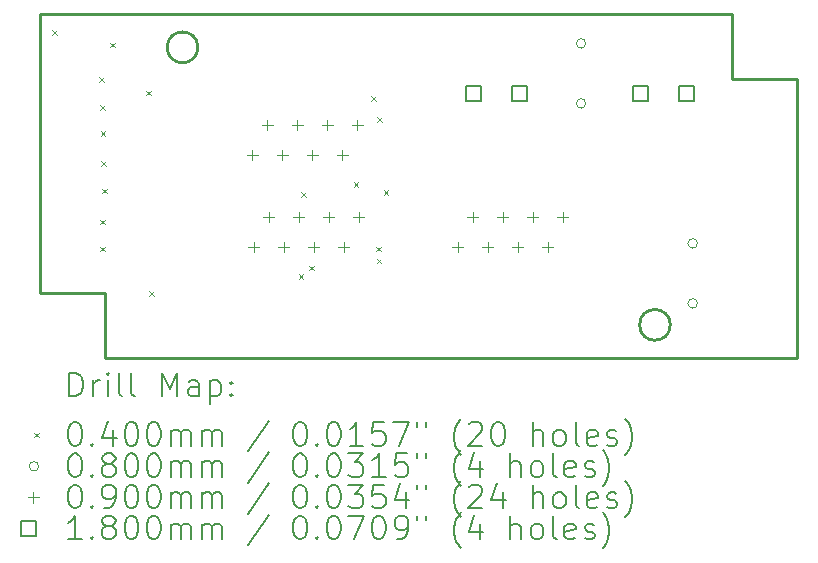
<source format=gbr>
%TF.GenerationSoftware,KiCad,Pcbnew,7.99.0-1900-g89780d353a*%
%TF.CreationDate,2023-07-25T10:26:22+03:00*%
%TF.ProjectId,KSS,4b53532e-6b69-4636-9164-5f7063625858,rev?*%
%TF.SameCoordinates,Original*%
%TF.FileFunction,Drillmap*%
%TF.FilePolarity,Positive*%
%FSLAX45Y45*%
G04 Gerber Fmt 4.5, Leading zero omitted, Abs format (unit mm)*
G04 Created by KiCad (PCBNEW 7.99.0-1900-g89780d353a) date 2023-07-25 10:26:22*
%MOMM*%
%LPD*%
G01*
G04 APERTURE LIST*
%ADD10C,0.250000*%
%ADD11C,0.200000*%
%ADD12C,0.040000*%
%ADD13C,0.080000*%
%ADD14C,0.090000*%
%ADD15C,0.180000*%
G04 APERTURE END LIST*
D10*
X15726520Y-8155600D02*
X15176520Y-8155600D01*
X9316520Y-7605600D02*
X15176520Y-7605600D01*
X15176520Y-8155600D02*
X15176520Y-7605600D01*
X14651520Y-10235600D02*
G75*
G03*
X14651520Y-10235600I-130000J0D01*
G01*
X9866520Y-9965600D02*
X9866520Y-10515600D01*
X15726520Y-8155600D02*
X15726520Y-10515600D01*
X9316520Y-9965600D02*
X9316520Y-7605600D01*
X15726520Y-10515600D02*
X9866520Y-10515600D01*
X9316520Y-9965600D02*
X9866520Y-9965600D01*
X10651520Y-7885600D02*
G75*
G03*
X10651520Y-7885600I-130000J0D01*
G01*
D11*
D12*
X9418000Y-7741000D02*
X9458000Y-7781000D01*
X9458000Y-7741000D02*
X9418000Y-7781000D01*
X9813000Y-8140000D02*
X9853000Y-8180000D01*
X9853000Y-8140000D02*
X9813000Y-8180000D01*
X9822000Y-9345000D02*
X9862000Y-9385000D01*
X9862000Y-9345000D02*
X9822000Y-9385000D01*
X9822000Y-9572000D02*
X9862000Y-9612000D01*
X9862000Y-9572000D02*
X9822000Y-9612000D01*
X9826000Y-8373000D02*
X9866000Y-8413000D01*
X9866000Y-8373000D02*
X9826000Y-8413000D01*
X9829000Y-8595000D02*
X9869000Y-8635000D01*
X9869000Y-8595000D02*
X9829000Y-8635000D01*
X9833000Y-8848000D02*
X9873000Y-8888000D01*
X9873000Y-8848000D02*
X9833000Y-8888000D01*
X9840000Y-9081000D02*
X9880000Y-9121000D01*
X9880000Y-9081000D02*
X9840000Y-9121000D01*
X9911000Y-7846000D02*
X9951000Y-7886000D01*
X9951000Y-7846000D02*
X9911000Y-7886000D01*
X10213770Y-8251230D02*
X10253770Y-8291230D01*
X10253770Y-8251230D02*
X10213770Y-8291230D01*
X10238000Y-9952000D02*
X10278000Y-9992000D01*
X10278000Y-9952000D02*
X10238000Y-9992000D01*
X11505895Y-9805105D02*
X11545895Y-9845105D01*
X11545895Y-9805105D02*
X11505895Y-9845105D01*
X11524899Y-9108899D02*
X11564899Y-9148899D01*
X11564899Y-9108899D02*
X11524899Y-9148899D01*
X11594000Y-9732655D02*
X11634000Y-9772655D01*
X11634000Y-9732655D02*
X11594000Y-9772655D01*
X11970500Y-9028500D02*
X12010500Y-9068500D01*
X12010500Y-9028500D02*
X11970500Y-9068500D01*
X12120000Y-8301000D02*
X12160000Y-8341000D01*
X12160000Y-8301000D02*
X12120000Y-8341000D01*
X12163000Y-9572000D02*
X12203000Y-9612000D01*
X12203000Y-9572000D02*
X12163000Y-9612000D01*
X12165500Y-9673500D02*
X12205500Y-9713500D01*
X12205500Y-9673500D02*
X12165500Y-9713500D01*
X12172000Y-8477000D02*
X12212000Y-8517000D01*
X12212000Y-8477000D02*
X12172000Y-8517000D01*
X12225000Y-9093000D02*
X12265000Y-9133000D01*
X12265000Y-9093000D02*
X12225000Y-9133000D01*
D13*
X13936000Y-7852500D02*
G75*
G03*
X13936000Y-7852500I-40000J0D01*
G01*
X13936000Y-8360500D02*
G75*
G03*
X13936000Y-8360500I-40000J0D01*
G01*
X14881000Y-9545500D02*
G75*
G03*
X14881000Y-9545500I-40000J0D01*
G01*
X14881000Y-10053500D02*
G75*
G03*
X14881000Y-10053500I-40000J0D01*
G01*
D14*
X11113450Y-8752860D02*
X11113450Y-8842860D01*
X11068450Y-8797860D02*
X11158450Y-8797860D01*
X11124250Y-9530000D02*
X11124250Y-9620000D01*
X11079250Y-9575000D02*
X11169250Y-9575000D01*
X11240450Y-8498860D02*
X11240450Y-8588860D01*
X11195450Y-8543860D02*
X11285450Y-8543860D01*
X11251250Y-9276000D02*
X11251250Y-9366000D01*
X11206250Y-9321000D02*
X11296250Y-9321000D01*
X11367450Y-8752860D02*
X11367450Y-8842860D01*
X11322450Y-8797860D02*
X11412450Y-8797860D01*
X11378250Y-9530000D02*
X11378250Y-9620000D01*
X11333250Y-9575000D02*
X11423250Y-9575000D01*
X11494450Y-8498860D02*
X11494450Y-8588860D01*
X11449450Y-8543860D02*
X11539450Y-8543860D01*
X11505250Y-9276000D02*
X11505250Y-9366000D01*
X11460250Y-9321000D02*
X11550250Y-9321000D01*
X11621450Y-8752860D02*
X11621450Y-8842860D01*
X11576450Y-8797860D02*
X11666450Y-8797860D01*
X11632250Y-9530000D02*
X11632250Y-9620000D01*
X11587250Y-9575000D02*
X11677250Y-9575000D01*
X11748450Y-8498860D02*
X11748450Y-8588860D01*
X11703450Y-8543860D02*
X11793450Y-8543860D01*
X11759250Y-9276000D02*
X11759250Y-9366000D01*
X11714250Y-9321000D02*
X11804250Y-9321000D01*
X11875450Y-8752860D02*
X11875450Y-8842860D01*
X11830450Y-8797860D02*
X11920450Y-8797860D01*
X11886250Y-9530000D02*
X11886250Y-9620000D01*
X11841250Y-9575000D02*
X11931250Y-9575000D01*
X12002450Y-8498860D02*
X12002450Y-8588860D01*
X11957450Y-8543860D02*
X12047450Y-8543860D01*
X12013250Y-9276000D02*
X12013250Y-9366000D01*
X11968250Y-9321000D02*
X12058250Y-9321000D01*
X12851450Y-9530000D02*
X12851450Y-9620000D01*
X12806450Y-9575000D02*
X12896450Y-9575000D01*
X12978450Y-9276000D02*
X12978450Y-9366000D01*
X12933450Y-9321000D02*
X13023450Y-9321000D01*
X13105450Y-9530000D02*
X13105450Y-9620000D01*
X13060450Y-9575000D02*
X13150450Y-9575000D01*
X13232450Y-9276000D02*
X13232450Y-9366000D01*
X13187450Y-9321000D02*
X13277450Y-9321000D01*
X13359450Y-9530000D02*
X13359450Y-9620000D01*
X13314450Y-9575000D02*
X13404450Y-9575000D01*
X13486450Y-9276000D02*
X13486450Y-9366000D01*
X13441450Y-9321000D02*
X13531450Y-9321000D01*
X13613450Y-9530000D02*
X13613450Y-9620000D01*
X13568450Y-9575000D02*
X13658450Y-9575000D01*
X13740450Y-9276000D02*
X13740450Y-9366000D01*
X13695450Y-9321000D02*
X13785450Y-9321000D01*
D15*
X13045700Y-8341580D02*
X13045700Y-8214300D01*
X12918420Y-8214300D01*
X12918420Y-8341580D01*
X13045700Y-8341580D01*
X13441700Y-8341580D02*
X13441700Y-8214300D01*
X13314420Y-8214300D01*
X13314420Y-8341580D01*
X13441700Y-8341580D01*
X14460360Y-8339040D02*
X14460360Y-8211760D01*
X14333080Y-8211760D01*
X14333080Y-8339040D01*
X14460360Y-8339040D01*
X14856360Y-8339040D02*
X14856360Y-8211760D01*
X14729080Y-8211760D01*
X14729080Y-8339040D01*
X14856360Y-8339040D01*
D11*
X9564797Y-10839584D02*
X9564797Y-10639584D01*
X9564797Y-10639584D02*
X9612416Y-10639584D01*
X9612416Y-10639584D02*
X9640987Y-10649108D01*
X9640987Y-10649108D02*
X9660035Y-10668155D01*
X9660035Y-10668155D02*
X9669559Y-10687203D01*
X9669559Y-10687203D02*
X9679083Y-10725298D01*
X9679083Y-10725298D02*
X9679083Y-10753870D01*
X9679083Y-10753870D02*
X9669559Y-10791965D01*
X9669559Y-10791965D02*
X9660035Y-10811012D01*
X9660035Y-10811012D02*
X9640987Y-10830060D01*
X9640987Y-10830060D02*
X9612416Y-10839584D01*
X9612416Y-10839584D02*
X9564797Y-10839584D01*
X9764797Y-10839584D02*
X9764797Y-10706250D01*
X9764797Y-10744346D02*
X9774321Y-10725298D01*
X9774321Y-10725298D02*
X9783844Y-10715774D01*
X9783844Y-10715774D02*
X9802892Y-10706250D01*
X9802892Y-10706250D02*
X9821940Y-10706250D01*
X9888606Y-10839584D02*
X9888606Y-10706250D01*
X9888606Y-10639584D02*
X9879083Y-10649108D01*
X9879083Y-10649108D02*
X9888606Y-10658631D01*
X9888606Y-10658631D02*
X9898130Y-10649108D01*
X9898130Y-10649108D02*
X9888606Y-10639584D01*
X9888606Y-10639584D02*
X9888606Y-10658631D01*
X10012416Y-10839584D02*
X9993368Y-10830060D01*
X9993368Y-10830060D02*
X9983844Y-10811012D01*
X9983844Y-10811012D02*
X9983844Y-10639584D01*
X10117178Y-10839584D02*
X10098130Y-10830060D01*
X10098130Y-10830060D02*
X10088606Y-10811012D01*
X10088606Y-10811012D02*
X10088606Y-10639584D01*
X10345749Y-10839584D02*
X10345749Y-10639584D01*
X10345749Y-10639584D02*
X10412416Y-10782441D01*
X10412416Y-10782441D02*
X10479083Y-10639584D01*
X10479083Y-10639584D02*
X10479083Y-10839584D01*
X10660035Y-10839584D02*
X10660035Y-10734822D01*
X10660035Y-10734822D02*
X10650511Y-10715774D01*
X10650511Y-10715774D02*
X10631464Y-10706250D01*
X10631464Y-10706250D02*
X10593368Y-10706250D01*
X10593368Y-10706250D02*
X10574321Y-10715774D01*
X10660035Y-10830060D02*
X10640987Y-10839584D01*
X10640987Y-10839584D02*
X10593368Y-10839584D01*
X10593368Y-10839584D02*
X10574321Y-10830060D01*
X10574321Y-10830060D02*
X10564797Y-10811012D01*
X10564797Y-10811012D02*
X10564797Y-10791965D01*
X10564797Y-10791965D02*
X10574321Y-10772917D01*
X10574321Y-10772917D02*
X10593368Y-10763393D01*
X10593368Y-10763393D02*
X10640987Y-10763393D01*
X10640987Y-10763393D02*
X10660035Y-10753870D01*
X10755273Y-10706250D02*
X10755273Y-10906250D01*
X10755273Y-10715774D02*
X10774321Y-10706250D01*
X10774321Y-10706250D02*
X10812416Y-10706250D01*
X10812416Y-10706250D02*
X10831464Y-10715774D01*
X10831464Y-10715774D02*
X10840987Y-10725298D01*
X10840987Y-10725298D02*
X10850511Y-10744346D01*
X10850511Y-10744346D02*
X10850511Y-10801489D01*
X10850511Y-10801489D02*
X10840987Y-10820536D01*
X10840987Y-10820536D02*
X10831464Y-10830060D01*
X10831464Y-10830060D02*
X10812416Y-10839584D01*
X10812416Y-10839584D02*
X10774321Y-10839584D01*
X10774321Y-10839584D02*
X10755273Y-10830060D01*
X10936225Y-10820536D02*
X10945749Y-10830060D01*
X10945749Y-10830060D02*
X10936225Y-10839584D01*
X10936225Y-10839584D02*
X10926702Y-10830060D01*
X10926702Y-10830060D02*
X10936225Y-10820536D01*
X10936225Y-10820536D02*
X10936225Y-10839584D01*
X10936225Y-10715774D02*
X10945749Y-10725298D01*
X10945749Y-10725298D02*
X10936225Y-10734822D01*
X10936225Y-10734822D02*
X10926702Y-10725298D01*
X10926702Y-10725298D02*
X10936225Y-10715774D01*
X10936225Y-10715774D02*
X10936225Y-10734822D01*
D12*
X9264020Y-11148100D02*
X9304020Y-11188100D01*
X9304020Y-11148100D02*
X9264020Y-11188100D01*
D11*
X9602892Y-11059584D02*
X9621940Y-11059584D01*
X9621940Y-11059584D02*
X9640987Y-11069108D01*
X9640987Y-11069108D02*
X9650511Y-11078631D01*
X9650511Y-11078631D02*
X9660035Y-11097679D01*
X9660035Y-11097679D02*
X9669559Y-11135774D01*
X9669559Y-11135774D02*
X9669559Y-11183393D01*
X9669559Y-11183393D02*
X9660035Y-11221488D01*
X9660035Y-11221488D02*
X9650511Y-11240536D01*
X9650511Y-11240536D02*
X9640987Y-11250060D01*
X9640987Y-11250060D02*
X9621940Y-11259584D01*
X9621940Y-11259584D02*
X9602892Y-11259584D01*
X9602892Y-11259584D02*
X9583844Y-11250060D01*
X9583844Y-11250060D02*
X9574321Y-11240536D01*
X9574321Y-11240536D02*
X9564797Y-11221488D01*
X9564797Y-11221488D02*
X9555273Y-11183393D01*
X9555273Y-11183393D02*
X9555273Y-11135774D01*
X9555273Y-11135774D02*
X9564797Y-11097679D01*
X9564797Y-11097679D02*
X9574321Y-11078631D01*
X9574321Y-11078631D02*
X9583844Y-11069108D01*
X9583844Y-11069108D02*
X9602892Y-11059584D01*
X9755273Y-11240536D02*
X9764797Y-11250060D01*
X9764797Y-11250060D02*
X9755273Y-11259584D01*
X9755273Y-11259584D02*
X9745749Y-11250060D01*
X9745749Y-11250060D02*
X9755273Y-11240536D01*
X9755273Y-11240536D02*
X9755273Y-11259584D01*
X9936225Y-11126250D02*
X9936225Y-11259584D01*
X9888606Y-11050060D02*
X9840987Y-11192917D01*
X9840987Y-11192917D02*
X9964797Y-11192917D01*
X10079083Y-11059584D02*
X10098130Y-11059584D01*
X10098130Y-11059584D02*
X10117178Y-11069108D01*
X10117178Y-11069108D02*
X10126702Y-11078631D01*
X10126702Y-11078631D02*
X10136225Y-11097679D01*
X10136225Y-11097679D02*
X10145749Y-11135774D01*
X10145749Y-11135774D02*
X10145749Y-11183393D01*
X10145749Y-11183393D02*
X10136225Y-11221488D01*
X10136225Y-11221488D02*
X10126702Y-11240536D01*
X10126702Y-11240536D02*
X10117178Y-11250060D01*
X10117178Y-11250060D02*
X10098130Y-11259584D01*
X10098130Y-11259584D02*
X10079083Y-11259584D01*
X10079083Y-11259584D02*
X10060035Y-11250060D01*
X10060035Y-11250060D02*
X10050511Y-11240536D01*
X10050511Y-11240536D02*
X10040987Y-11221488D01*
X10040987Y-11221488D02*
X10031464Y-11183393D01*
X10031464Y-11183393D02*
X10031464Y-11135774D01*
X10031464Y-11135774D02*
X10040987Y-11097679D01*
X10040987Y-11097679D02*
X10050511Y-11078631D01*
X10050511Y-11078631D02*
X10060035Y-11069108D01*
X10060035Y-11069108D02*
X10079083Y-11059584D01*
X10269559Y-11059584D02*
X10288606Y-11059584D01*
X10288606Y-11059584D02*
X10307654Y-11069108D01*
X10307654Y-11069108D02*
X10317178Y-11078631D01*
X10317178Y-11078631D02*
X10326702Y-11097679D01*
X10326702Y-11097679D02*
X10336225Y-11135774D01*
X10336225Y-11135774D02*
X10336225Y-11183393D01*
X10336225Y-11183393D02*
X10326702Y-11221488D01*
X10326702Y-11221488D02*
X10317178Y-11240536D01*
X10317178Y-11240536D02*
X10307654Y-11250060D01*
X10307654Y-11250060D02*
X10288606Y-11259584D01*
X10288606Y-11259584D02*
X10269559Y-11259584D01*
X10269559Y-11259584D02*
X10250511Y-11250060D01*
X10250511Y-11250060D02*
X10240987Y-11240536D01*
X10240987Y-11240536D02*
X10231464Y-11221488D01*
X10231464Y-11221488D02*
X10221940Y-11183393D01*
X10221940Y-11183393D02*
X10221940Y-11135774D01*
X10221940Y-11135774D02*
X10231464Y-11097679D01*
X10231464Y-11097679D02*
X10240987Y-11078631D01*
X10240987Y-11078631D02*
X10250511Y-11069108D01*
X10250511Y-11069108D02*
X10269559Y-11059584D01*
X10421940Y-11259584D02*
X10421940Y-11126250D01*
X10421940Y-11145298D02*
X10431464Y-11135774D01*
X10431464Y-11135774D02*
X10450511Y-11126250D01*
X10450511Y-11126250D02*
X10479083Y-11126250D01*
X10479083Y-11126250D02*
X10498130Y-11135774D01*
X10498130Y-11135774D02*
X10507654Y-11154822D01*
X10507654Y-11154822D02*
X10507654Y-11259584D01*
X10507654Y-11154822D02*
X10517178Y-11135774D01*
X10517178Y-11135774D02*
X10536225Y-11126250D01*
X10536225Y-11126250D02*
X10564797Y-11126250D01*
X10564797Y-11126250D02*
X10583845Y-11135774D01*
X10583845Y-11135774D02*
X10593368Y-11154822D01*
X10593368Y-11154822D02*
X10593368Y-11259584D01*
X10688606Y-11259584D02*
X10688606Y-11126250D01*
X10688606Y-11145298D02*
X10698130Y-11135774D01*
X10698130Y-11135774D02*
X10717178Y-11126250D01*
X10717178Y-11126250D02*
X10745749Y-11126250D01*
X10745749Y-11126250D02*
X10764797Y-11135774D01*
X10764797Y-11135774D02*
X10774321Y-11154822D01*
X10774321Y-11154822D02*
X10774321Y-11259584D01*
X10774321Y-11154822D02*
X10783845Y-11135774D01*
X10783845Y-11135774D02*
X10802892Y-11126250D01*
X10802892Y-11126250D02*
X10831464Y-11126250D01*
X10831464Y-11126250D02*
X10850511Y-11135774D01*
X10850511Y-11135774D02*
X10860035Y-11154822D01*
X10860035Y-11154822D02*
X10860035Y-11259584D01*
X11250511Y-11050060D02*
X11079083Y-11307203D01*
X11507654Y-11059584D02*
X11526702Y-11059584D01*
X11526702Y-11059584D02*
X11545749Y-11069108D01*
X11545749Y-11069108D02*
X11555273Y-11078631D01*
X11555273Y-11078631D02*
X11564797Y-11097679D01*
X11564797Y-11097679D02*
X11574321Y-11135774D01*
X11574321Y-11135774D02*
X11574321Y-11183393D01*
X11574321Y-11183393D02*
X11564797Y-11221488D01*
X11564797Y-11221488D02*
X11555273Y-11240536D01*
X11555273Y-11240536D02*
X11545749Y-11250060D01*
X11545749Y-11250060D02*
X11526702Y-11259584D01*
X11526702Y-11259584D02*
X11507654Y-11259584D01*
X11507654Y-11259584D02*
X11488606Y-11250060D01*
X11488606Y-11250060D02*
X11479083Y-11240536D01*
X11479083Y-11240536D02*
X11469559Y-11221488D01*
X11469559Y-11221488D02*
X11460035Y-11183393D01*
X11460035Y-11183393D02*
X11460035Y-11135774D01*
X11460035Y-11135774D02*
X11469559Y-11097679D01*
X11469559Y-11097679D02*
X11479083Y-11078631D01*
X11479083Y-11078631D02*
X11488606Y-11069108D01*
X11488606Y-11069108D02*
X11507654Y-11059584D01*
X11660035Y-11240536D02*
X11669559Y-11250060D01*
X11669559Y-11250060D02*
X11660035Y-11259584D01*
X11660035Y-11259584D02*
X11650511Y-11250060D01*
X11650511Y-11250060D02*
X11660035Y-11240536D01*
X11660035Y-11240536D02*
X11660035Y-11259584D01*
X11793368Y-11059584D02*
X11812416Y-11059584D01*
X11812416Y-11059584D02*
X11831464Y-11069108D01*
X11831464Y-11069108D02*
X11840987Y-11078631D01*
X11840987Y-11078631D02*
X11850511Y-11097679D01*
X11850511Y-11097679D02*
X11860035Y-11135774D01*
X11860035Y-11135774D02*
X11860035Y-11183393D01*
X11860035Y-11183393D02*
X11850511Y-11221488D01*
X11850511Y-11221488D02*
X11840987Y-11240536D01*
X11840987Y-11240536D02*
X11831464Y-11250060D01*
X11831464Y-11250060D02*
X11812416Y-11259584D01*
X11812416Y-11259584D02*
X11793368Y-11259584D01*
X11793368Y-11259584D02*
X11774321Y-11250060D01*
X11774321Y-11250060D02*
X11764797Y-11240536D01*
X11764797Y-11240536D02*
X11755273Y-11221488D01*
X11755273Y-11221488D02*
X11745749Y-11183393D01*
X11745749Y-11183393D02*
X11745749Y-11135774D01*
X11745749Y-11135774D02*
X11755273Y-11097679D01*
X11755273Y-11097679D02*
X11764797Y-11078631D01*
X11764797Y-11078631D02*
X11774321Y-11069108D01*
X11774321Y-11069108D02*
X11793368Y-11059584D01*
X12050511Y-11259584D02*
X11936226Y-11259584D01*
X11993368Y-11259584D02*
X11993368Y-11059584D01*
X11993368Y-11059584D02*
X11974321Y-11088155D01*
X11974321Y-11088155D02*
X11955273Y-11107203D01*
X11955273Y-11107203D02*
X11936226Y-11116727D01*
X12231464Y-11059584D02*
X12136226Y-11059584D01*
X12136226Y-11059584D02*
X12126702Y-11154822D01*
X12126702Y-11154822D02*
X12136226Y-11145298D01*
X12136226Y-11145298D02*
X12155273Y-11135774D01*
X12155273Y-11135774D02*
X12202892Y-11135774D01*
X12202892Y-11135774D02*
X12221940Y-11145298D01*
X12221940Y-11145298D02*
X12231464Y-11154822D01*
X12231464Y-11154822D02*
X12240987Y-11173870D01*
X12240987Y-11173870D02*
X12240987Y-11221488D01*
X12240987Y-11221488D02*
X12231464Y-11240536D01*
X12231464Y-11240536D02*
X12221940Y-11250060D01*
X12221940Y-11250060D02*
X12202892Y-11259584D01*
X12202892Y-11259584D02*
X12155273Y-11259584D01*
X12155273Y-11259584D02*
X12136226Y-11250060D01*
X12136226Y-11250060D02*
X12126702Y-11240536D01*
X12307654Y-11059584D02*
X12440987Y-11059584D01*
X12440987Y-11059584D02*
X12355273Y-11259584D01*
X12507654Y-11059584D02*
X12507654Y-11097679D01*
X12583845Y-11059584D02*
X12583845Y-11097679D01*
X12879083Y-11335774D02*
X12869559Y-11326250D01*
X12869559Y-11326250D02*
X12850511Y-11297679D01*
X12850511Y-11297679D02*
X12840988Y-11278631D01*
X12840988Y-11278631D02*
X12831464Y-11250060D01*
X12831464Y-11250060D02*
X12821940Y-11202441D01*
X12821940Y-11202441D02*
X12821940Y-11164346D01*
X12821940Y-11164346D02*
X12831464Y-11116727D01*
X12831464Y-11116727D02*
X12840988Y-11088155D01*
X12840988Y-11088155D02*
X12850511Y-11069108D01*
X12850511Y-11069108D02*
X12869559Y-11040536D01*
X12869559Y-11040536D02*
X12879083Y-11031012D01*
X12945749Y-11078631D02*
X12955273Y-11069108D01*
X12955273Y-11069108D02*
X12974321Y-11059584D01*
X12974321Y-11059584D02*
X13021940Y-11059584D01*
X13021940Y-11059584D02*
X13040988Y-11069108D01*
X13040988Y-11069108D02*
X13050511Y-11078631D01*
X13050511Y-11078631D02*
X13060035Y-11097679D01*
X13060035Y-11097679D02*
X13060035Y-11116727D01*
X13060035Y-11116727D02*
X13050511Y-11145298D01*
X13050511Y-11145298D02*
X12936226Y-11259584D01*
X12936226Y-11259584D02*
X13060035Y-11259584D01*
X13183845Y-11059584D02*
X13202892Y-11059584D01*
X13202892Y-11059584D02*
X13221940Y-11069108D01*
X13221940Y-11069108D02*
X13231464Y-11078631D01*
X13231464Y-11078631D02*
X13240988Y-11097679D01*
X13240988Y-11097679D02*
X13250511Y-11135774D01*
X13250511Y-11135774D02*
X13250511Y-11183393D01*
X13250511Y-11183393D02*
X13240988Y-11221488D01*
X13240988Y-11221488D02*
X13231464Y-11240536D01*
X13231464Y-11240536D02*
X13221940Y-11250060D01*
X13221940Y-11250060D02*
X13202892Y-11259584D01*
X13202892Y-11259584D02*
X13183845Y-11259584D01*
X13183845Y-11259584D02*
X13164797Y-11250060D01*
X13164797Y-11250060D02*
X13155273Y-11240536D01*
X13155273Y-11240536D02*
X13145749Y-11221488D01*
X13145749Y-11221488D02*
X13136226Y-11183393D01*
X13136226Y-11183393D02*
X13136226Y-11135774D01*
X13136226Y-11135774D02*
X13145749Y-11097679D01*
X13145749Y-11097679D02*
X13155273Y-11078631D01*
X13155273Y-11078631D02*
X13164797Y-11069108D01*
X13164797Y-11069108D02*
X13183845Y-11059584D01*
X13488607Y-11259584D02*
X13488607Y-11059584D01*
X13574321Y-11259584D02*
X13574321Y-11154822D01*
X13574321Y-11154822D02*
X13564797Y-11135774D01*
X13564797Y-11135774D02*
X13545750Y-11126250D01*
X13545750Y-11126250D02*
X13517178Y-11126250D01*
X13517178Y-11126250D02*
X13498130Y-11135774D01*
X13498130Y-11135774D02*
X13488607Y-11145298D01*
X13698130Y-11259584D02*
X13679083Y-11250060D01*
X13679083Y-11250060D02*
X13669559Y-11240536D01*
X13669559Y-11240536D02*
X13660035Y-11221488D01*
X13660035Y-11221488D02*
X13660035Y-11164346D01*
X13660035Y-11164346D02*
X13669559Y-11145298D01*
X13669559Y-11145298D02*
X13679083Y-11135774D01*
X13679083Y-11135774D02*
X13698130Y-11126250D01*
X13698130Y-11126250D02*
X13726702Y-11126250D01*
X13726702Y-11126250D02*
X13745750Y-11135774D01*
X13745750Y-11135774D02*
X13755273Y-11145298D01*
X13755273Y-11145298D02*
X13764797Y-11164346D01*
X13764797Y-11164346D02*
X13764797Y-11221488D01*
X13764797Y-11221488D02*
X13755273Y-11240536D01*
X13755273Y-11240536D02*
X13745750Y-11250060D01*
X13745750Y-11250060D02*
X13726702Y-11259584D01*
X13726702Y-11259584D02*
X13698130Y-11259584D01*
X13879083Y-11259584D02*
X13860035Y-11250060D01*
X13860035Y-11250060D02*
X13850511Y-11231012D01*
X13850511Y-11231012D02*
X13850511Y-11059584D01*
X14031464Y-11250060D02*
X14012416Y-11259584D01*
X14012416Y-11259584D02*
X13974321Y-11259584D01*
X13974321Y-11259584D02*
X13955273Y-11250060D01*
X13955273Y-11250060D02*
X13945750Y-11231012D01*
X13945750Y-11231012D02*
X13945750Y-11154822D01*
X13945750Y-11154822D02*
X13955273Y-11135774D01*
X13955273Y-11135774D02*
X13974321Y-11126250D01*
X13974321Y-11126250D02*
X14012416Y-11126250D01*
X14012416Y-11126250D02*
X14031464Y-11135774D01*
X14031464Y-11135774D02*
X14040988Y-11154822D01*
X14040988Y-11154822D02*
X14040988Y-11173870D01*
X14040988Y-11173870D02*
X13945750Y-11192917D01*
X14117178Y-11250060D02*
X14136226Y-11259584D01*
X14136226Y-11259584D02*
X14174321Y-11259584D01*
X14174321Y-11259584D02*
X14193369Y-11250060D01*
X14193369Y-11250060D02*
X14202892Y-11231012D01*
X14202892Y-11231012D02*
X14202892Y-11221488D01*
X14202892Y-11221488D02*
X14193369Y-11202441D01*
X14193369Y-11202441D02*
X14174321Y-11192917D01*
X14174321Y-11192917D02*
X14145750Y-11192917D01*
X14145750Y-11192917D02*
X14126702Y-11183393D01*
X14126702Y-11183393D02*
X14117178Y-11164346D01*
X14117178Y-11164346D02*
X14117178Y-11154822D01*
X14117178Y-11154822D02*
X14126702Y-11135774D01*
X14126702Y-11135774D02*
X14145750Y-11126250D01*
X14145750Y-11126250D02*
X14174321Y-11126250D01*
X14174321Y-11126250D02*
X14193369Y-11135774D01*
X14269559Y-11335774D02*
X14279083Y-11326250D01*
X14279083Y-11326250D02*
X14298131Y-11297679D01*
X14298131Y-11297679D02*
X14307654Y-11278631D01*
X14307654Y-11278631D02*
X14317178Y-11250060D01*
X14317178Y-11250060D02*
X14326702Y-11202441D01*
X14326702Y-11202441D02*
X14326702Y-11164346D01*
X14326702Y-11164346D02*
X14317178Y-11116727D01*
X14317178Y-11116727D02*
X14307654Y-11088155D01*
X14307654Y-11088155D02*
X14298131Y-11069108D01*
X14298131Y-11069108D02*
X14279083Y-11040536D01*
X14279083Y-11040536D02*
X14269559Y-11031012D01*
D13*
X9304020Y-11432100D02*
G75*
G03*
X9304020Y-11432100I-40000J0D01*
G01*
D11*
X9602892Y-11323584D02*
X9621940Y-11323584D01*
X9621940Y-11323584D02*
X9640987Y-11333108D01*
X9640987Y-11333108D02*
X9650511Y-11342631D01*
X9650511Y-11342631D02*
X9660035Y-11361679D01*
X9660035Y-11361679D02*
X9669559Y-11399774D01*
X9669559Y-11399774D02*
X9669559Y-11447393D01*
X9669559Y-11447393D02*
X9660035Y-11485488D01*
X9660035Y-11485488D02*
X9650511Y-11504536D01*
X9650511Y-11504536D02*
X9640987Y-11514060D01*
X9640987Y-11514060D02*
X9621940Y-11523584D01*
X9621940Y-11523584D02*
X9602892Y-11523584D01*
X9602892Y-11523584D02*
X9583844Y-11514060D01*
X9583844Y-11514060D02*
X9574321Y-11504536D01*
X9574321Y-11504536D02*
X9564797Y-11485488D01*
X9564797Y-11485488D02*
X9555273Y-11447393D01*
X9555273Y-11447393D02*
X9555273Y-11399774D01*
X9555273Y-11399774D02*
X9564797Y-11361679D01*
X9564797Y-11361679D02*
X9574321Y-11342631D01*
X9574321Y-11342631D02*
X9583844Y-11333108D01*
X9583844Y-11333108D02*
X9602892Y-11323584D01*
X9755273Y-11504536D02*
X9764797Y-11514060D01*
X9764797Y-11514060D02*
X9755273Y-11523584D01*
X9755273Y-11523584D02*
X9745749Y-11514060D01*
X9745749Y-11514060D02*
X9755273Y-11504536D01*
X9755273Y-11504536D02*
X9755273Y-11523584D01*
X9879083Y-11409298D02*
X9860035Y-11399774D01*
X9860035Y-11399774D02*
X9850511Y-11390250D01*
X9850511Y-11390250D02*
X9840987Y-11371203D01*
X9840987Y-11371203D02*
X9840987Y-11361679D01*
X9840987Y-11361679D02*
X9850511Y-11342631D01*
X9850511Y-11342631D02*
X9860035Y-11333108D01*
X9860035Y-11333108D02*
X9879083Y-11323584D01*
X9879083Y-11323584D02*
X9917178Y-11323584D01*
X9917178Y-11323584D02*
X9936225Y-11333108D01*
X9936225Y-11333108D02*
X9945749Y-11342631D01*
X9945749Y-11342631D02*
X9955273Y-11361679D01*
X9955273Y-11361679D02*
X9955273Y-11371203D01*
X9955273Y-11371203D02*
X9945749Y-11390250D01*
X9945749Y-11390250D02*
X9936225Y-11399774D01*
X9936225Y-11399774D02*
X9917178Y-11409298D01*
X9917178Y-11409298D02*
X9879083Y-11409298D01*
X9879083Y-11409298D02*
X9860035Y-11418822D01*
X9860035Y-11418822D02*
X9850511Y-11428346D01*
X9850511Y-11428346D02*
X9840987Y-11447393D01*
X9840987Y-11447393D02*
X9840987Y-11485488D01*
X9840987Y-11485488D02*
X9850511Y-11504536D01*
X9850511Y-11504536D02*
X9860035Y-11514060D01*
X9860035Y-11514060D02*
X9879083Y-11523584D01*
X9879083Y-11523584D02*
X9917178Y-11523584D01*
X9917178Y-11523584D02*
X9936225Y-11514060D01*
X9936225Y-11514060D02*
X9945749Y-11504536D01*
X9945749Y-11504536D02*
X9955273Y-11485488D01*
X9955273Y-11485488D02*
X9955273Y-11447393D01*
X9955273Y-11447393D02*
X9945749Y-11428346D01*
X9945749Y-11428346D02*
X9936225Y-11418822D01*
X9936225Y-11418822D02*
X9917178Y-11409298D01*
X10079083Y-11323584D02*
X10098130Y-11323584D01*
X10098130Y-11323584D02*
X10117178Y-11333108D01*
X10117178Y-11333108D02*
X10126702Y-11342631D01*
X10126702Y-11342631D02*
X10136225Y-11361679D01*
X10136225Y-11361679D02*
X10145749Y-11399774D01*
X10145749Y-11399774D02*
X10145749Y-11447393D01*
X10145749Y-11447393D02*
X10136225Y-11485488D01*
X10136225Y-11485488D02*
X10126702Y-11504536D01*
X10126702Y-11504536D02*
X10117178Y-11514060D01*
X10117178Y-11514060D02*
X10098130Y-11523584D01*
X10098130Y-11523584D02*
X10079083Y-11523584D01*
X10079083Y-11523584D02*
X10060035Y-11514060D01*
X10060035Y-11514060D02*
X10050511Y-11504536D01*
X10050511Y-11504536D02*
X10040987Y-11485488D01*
X10040987Y-11485488D02*
X10031464Y-11447393D01*
X10031464Y-11447393D02*
X10031464Y-11399774D01*
X10031464Y-11399774D02*
X10040987Y-11361679D01*
X10040987Y-11361679D02*
X10050511Y-11342631D01*
X10050511Y-11342631D02*
X10060035Y-11333108D01*
X10060035Y-11333108D02*
X10079083Y-11323584D01*
X10269559Y-11323584D02*
X10288606Y-11323584D01*
X10288606Y-11323584D02*
X10307654Y-11333108D01*
X10307654Y-11333108D02*
X10317178Y-11342631D01*
X10317178Y-11342631D02*
X10326702Y-11361679D01*
X10326702Y-11361679D02*
X10336225Y-11399774D01*
X10336225Y-11399774D02*
X10336225Y-11447393D01*
X10336225Y-11447393D02*
X10326702Y-11485488D01*
X10326702Y-11485488D02*
X10317178Y-11504536D01*
X10317178Y-11504536D02*
X10307654Y-11514060D01*
X10307654Y-11514060D02*
X10288606Y-11523584D01*
X10288606Y-11523584D02*
X10269559Y-11523584D01*
X10269559Y-11523584D02*
X10250511Y-11514060D01*
X10250511Y-11514060D02*
X10240987Y-11504536D01*
X10240987Y-11504536D02*
X10231464Y-11485488D01*
X10231464Y-11485488D02*
X10221940Y-11447393D01*
X10221940Y-11447393D02*
X10221940Y-11399774D01*
X10221940Y-11399774D02*
X10231464Y-11361679D01*
X10231464Y-11361679D02*
X10240987Y-11342631D01*
X10240987Y-11342631D02*
X10250511Y-11333108D01*
X10250511Y-11333108D02*
X10269559Y-11323584D01*
X10421940Y-11523584D02*
X10421940Y-11390250D01*
X10421940Y-11409298D02*
X10431464Y-11399774D01*
X10431464Y-11399774D02*
X10450511Y-11390250D01*
X10450511Y-11390250D02*
X10479083Y-11390250D01*
X10479083Y-11390250D02*
X10498130Y-11399774D01*
X10498130Y-11399774D02*
X10507654Y-11418822D01*
X10507654Y-11418822D02*
X10507654Y-11523584D01*
X10507654Y-11418822D02*
X10517178Y-11399774D01*
X10517178Y-11399774D02*
X10536225Y-11390250D01*
X10536225Y-11390250D02*
X10564797Y-11390250D01*
X10564797Y-11390250D02*
X10583845Y-11399774D01*
X10583845Y-11399774D02*
X10593368Y-11418822D01*
X10593368Y-11418822D02*
X10593368Y-11523584D01*
X10688606Y-11523584D02*
X10688606Y-11390250D01*
X10688606Y-11409298D02*
X10698130Y-11399774D01*
X10698130Y-11399774D02*
X10717178Y-11390250D01*
X10717178Y-11390250D02*
X10745749Y-11390250D01*
X10745749Y-11390250D02*
X10764797Y-11399774D01*
X10764797Y-11399774D02*
X10774321Y-11418822D01*
X10774321Y-11418822D02*
X10774321Y-11523584D01*
X10774321Y-11418822D02*
X10783845Y-11399774D01*
X10783845Y-11399774D02*
X10802892Y-11390250D01*
X10802892Y-11390250D02*
X10831464Y-11390250D01*
X10831464Y-11390250D02*
X10850511Y-11399774D01*
X10850511Y-11399774D02*
X10860035Y-11418822D01*
X10860035Y-11418822D02*
X10860035Y-11523584D01*
X11250511Y-11314060D02*
X11079083Y-11571203D01*
X11507654Y-11323584D02*
X11526702Y-11323584D01*
X11526702Y-11323584D02*
X11545749Y-11333108D01*
X11545749Y-11333108D02*
X11555273Y-11342631D01*
X11555273Y-11342631D02*
X11564797Y-11361679D01*
X11564797Y-11361679D02*
X11574321Y-11399774D01*
X11574321Y-11399774D02*
X11574321Y-11447393D01*
X11574321Y-11447393D02*
X11564797Y-11485488D01*
X11564797Y-11485488D02*
X11555273Y-11504536D01*
X11555273Y-11504536D02*
X11545749Y-11514060D01*
X11545749Y-11514060D02*
X11526702Y-11523584D01*
X11526702Y-11523584D02*
X11507654Y-11523584D01*
X11507654Y-11523584D02*
X11488606Y-11514060D01*
X11488606Y-11514060D02*
X11479083Y-11504536D01*
X11479083Y-11504536D02*
X11469559Y-11485488D01*
X11469559Y-11485488D02*
X11460035Y-11447393D01*
X11460035Y-11447393D02*
X11460035Y-11399774D01*
X11460035Y-11399774D02*
X11469559Y-11361679D01*
X11469559Y-11361679D02*
X11479083Y-11342631D01*
X11479083Y-11342631D02*
X11488606Y-11333108D01*
X11488606Y-11333108D02*
X11507654Y-11323584D01*
X11660035Y-11504536D02*
X11669559Y-11514060D01*
X11669559Y-11514060D02*
X11660035Y-11523584D01*
X11660035Y-11523584D02*
X11650511Y-11514060D01*
X11650511Y-11514060D02*
X11660035Y-11504536D01*
X11660035Y-11504536D02*
X11660035Y-11523584D01*
X11793368Y-11323584D02*
X11812416Y-11323584D01*
X11812416Y-11323584D02*
X11831464Y-11333108D01*
X11831464Y-11333108D02*
X11840987Y-11342631D01*
X11840987Y-11342631D02*
X11850511Y-11361679D01*
X11850511Y-11361679D02*
X11860035Y-11399774D01*
X11860035Y-11399774D02*
X11860035Y-11447393D01*
X11860035Y-11447393D02*
X11850511Y-11485488D01*
X11850511Y-11485488D02*
X11840987Y-11504536D01*
X11840987Y-11504536D02*
X11831464Y-11514060D01*
X11831464Y-11514060D02*
X11812416Y-11523584D01*
X11812416Y-11523584D02*
X11793368Y-11523584D01*
X11793368Y-11523584D02*
X11774321Y-11514060D01*
X11774321Y-11514060D02*
X11764797Y-11504536D01*
X11764797Y-11504536D02*
X11755273Y-11485488D01*
X11755273Y-11485488D02*
X11745749Y-11447393D01*
X11745749Y-11447393D02*
X11745749Y-11399774D01*
X11745749Y-11399774D02*
X11755273Y-11361679D01*
X11755273Y-11361679D02*
X11764797Y-11342631D01*
X11764797Y-11342631D02*
X11774321Y-11333108D01*
X11774321Y-11333108D02*
X11793368Y-11323584D01*
X11926702Y-11323584D02*
X12050511Y-11323584D01*
X12050511Y-11323584D02*
X11983845Y-11399774D01*
X11983845Y-11399774D02*
X12012416Y-11399774D01*
X12012416Y-11399774D02*
X12031464Y-11409298D01*
X12031464Y-11409298D02*
X12040987Y-11418822D01*
X12040987Y-11418822D02*
X12050511Y-11437869D01*
X12050511Y-11437869D02*
X12050511Y-11485488D01*
X12050511Y-11485488D02*
X12040987Y-11504536D01*
X12040987Y-11504536D02*
X12031464Y-11514060D01*
X12031464Y-11514060D02*
X12012416Y-11523584D01*
X12012416Y-11523584D02*
X11955273Y-11523584D01*
X11955273Y-11523584D02*
X11936226Y-11514060D01*
X11936226Y-11514060D02*
X11926702Y-11504536D01*
X12240987Y-11523584D02*
X12126702Y-11523584D01*
X12183845Y-11523584D02*
X12183845Y-11323584D01*
X12183845Y-11323584D02*
X12164797Y-11352155D01*
X12164797Y-11352155D02*
X12145749Y-11371203D01*
X12145749Y-11371203D02*
X12126702Y-11380727D01*
X12421940Y-11323584D02*
X12326702Y-11323584D01*
X12326702Y-11323584D02*
X12317178Y-11418822D01*
X12317178Y-11418822D02*
X12326702Y-11409298D01*
X12326702Y-11409298D02*
X12345749Y-11399774D01*
X12345749Y-11399774D02*
X12393368Y-11399774D01*
X12393368Y-11399774D02*
X12412416Y-11409298D01*
X12412416Y-11409298D02*
X12421940Y-11418822D01*
X12421940Y-11418822D02*
X12431464Y-11437869D01*
X12431464Y-11437869D02*
X12431464Y-11485488D01*
X12431464Y-11485488D02*
X12421940Y-11504536D01*
X12421940Y-11504536D02*
X12412416Y-11514060D01*
X12412416Y-11514060D02*
X12393368Y-11523584D01*
X12393368Y-11523584D02*
X12345749Y-11523584D01*
X12345749Y-11523584D02*
X12326702Y-11514060D01*
X12326702Y-11514060D02*
X12317178Y-11504536D01*
X12507654Y-11323584D02*
X12507654Y-11361679D01*
X12583845Y-11323584D02*
X12583845Y-11361679D01*
X12879083Y-11599774D02*
X12869559Y-11590250D01*
X12869559Y-11590250D02*
X12850511Y-11561679D01*
X12850511Y-11561679D02*
X12840988Y-11542631D01*
X12840988Y-11542631D02*
X12831464Y-11514060D01*
X12831464Y-11514060D02*
X12821940Y-11466441D01*
X12821940Y-11466441D02*
X12821940Y-11428346D01*
X12821940Y-11428346D02*
X12831464Y-11380727D01*
X12831464Y-11380727D02*
X12840988Y-11352155D01*
X12840988Y-11352155D02*
X12850511Y-11333108D01*
X12850511Y-11333108D02*
X12869559Y-11304536D01*
X12869559Y-11304536D02*
X12879083Y-11295012D01*
X13040988Y-11390250D02*
X13040988Y-11523584D01*
X12993368Y-11314060D02*
X12945749Y-11456917D01*
X12945749Y-11456917D02*
X13069559Y-11456917D01*
X13298130Y-11523584D02*
X13298130Y-11323584D01*
X13383845Y-11523584D02*
X13383845Y-11418822D01*
X13383845Y-11418822D02*
X13374321Y-11399774D01*
X13374321Y-11399774D02*
X13355273Y-11390250D01*
X13355273Y-11390250D02*
X13326702Y-11390250D01*
X13326702Y-11390250D02*
X13307654Y-11399774D01*
X13307654Y-11399774D02*
X13298130Y-11409298D01*
X13507654Y-11523584D02*
X13488607Y-11514060D01*
X13488607Y-11514060D02*
X13479083Y-11504536D01*
X13479083Y-11504536D02*
X13469559Y-11485488D01*
X13469559Y-11485488D02*
X13469559Y-11428346D01*
X13469559Y-11428346D02*
X13479083Y-11409298D01*
X13479083Y-11409298D02*
X13488607Y-11399774D01*
X13488607Y-11399774D02*
X13507654Y-11390250D01*
X13507654Y-11390250D02*
X13536226Y-11390250D01*
X13536226Y-11390250D02*
X13555273Y-11399774D01*
X13555273Y-11399774D02*
X13564797Y-11409298D01*
X13564797Y-11409298D02*
X13574321Y-11428346D01*
X13574321Y-11428346D02*
X13574321Y-11485488D01*
X13574321Y-11485488D02*
X13564797Y-11504536D01*
X13564797Y-11504536D02*
X13555273Y-11514060D01*
X13555273Y-11514060D02*
X13536226Y-11523584D01*
X13536226Y-11523584D02*
X13507654Y-11523584D01*
X13688607Y-11523584D02*
X13669559Y-11514060D01*
X13669559Y-11514060D02*
X13660035Y-11495012D01*
X13660035Y-11495012D02*
X13660035Y-11323584D01*
X13840988Y-11514060D02*
X13821940Y-11523584D01*
X13821940Y-11523584D02*
X13783845Y-11523584D01*
X13783845Y-11523584D02*
X13764797Y-11514060D01*
X13764797Y-11514060D02*
X13755273Y-11495012D01*
X13755273Y-11495012D02*
X13755273Y-11418822D01*
X13755273Y-11418822D02*
X13764797Y-11399774D01*
X13764797Y-11399774D02*
X13783845Y-11390250D01*
X13783845Y-11390250D02*
X13821940Y-11390250D01*
X13821940Y-11390250D02*
X13840988Y-11399774D01*
X13840988Y-11399774D02*
X13850511Y-11418822D01*
X13850511Y-11418822D02*
X13850511Y-11437869D01*
X13850511Y-11437869D02*
X13755273Y-11456917D01*
X13926702Y-11514060D02*
X13945750Y-11523584D01*
X13945750Y-11523584D02*
X13983845Y-11523584D01*
X13983845Y-11523584D02*
X14002892Y-11514060D01*
X14002892Y-11514060D02*
X14012416Y-11495012D01*
X14012416Y-11495012D02*
X14012416Y-11485488D01*
X14012416Y-11485488D02*
X14002892Y-11466441D01*
X14002892Y-11466441D02*
X13983845Y-11456917D01*
X13983845Y-11456917D02*
X13955273Y-11456917D01*
X13955273Y-11456917D02*
X13936226Y-11447393D01*
X13936226Y-11447393D02*
X13926702Y-11428346D01*
X13926702Y-11428346D02*
X13926702Y-11418822D01*
X13926702Y-11418822D02*
X13936226Y-11399774D01*
X13936226Y-11399774D02*
X13955273Y-11390250D01*
X13955273Y-11390250D02*
X13983845Y-11390250D01*
X13983845Y-11390250D02*
X14002892Y-11399774D01*
X14079083Y-11599774D02*
X14088607Y-11590250D01*
X14088607Y-11590250D02*
X14107654Y-11561679D01*
X14107654Y-11561679D02*
X14117178Y-11542631D01*
X14117178Y-11542631D02*
X14126702Y-11514060D01*
X14126702Y-11514060D02*
X14136226Y-11466441D01*
X14136226Y-11466441D02*
X14136226Y-11428346D01*
X14136226Y-11428346D02*
X14126702Y-11380727D01*
X14126702Y-11380727D02*
X14117178Y-11352155D01*
X14117178Y-11352155D02*
X14107654Y-11333108D01*
X14107654Y-11333108D02*
X14088607Y-11304536D01*
X14088607Y-11304536D02*
X14079083Y-11295012D01*
D14*
X9259020Y-11651100D02*
X9259020Y-11741100D01*
X9214020Y-11696100D02*
X9304020Y-11696100D01*
D11*
X9602892Y-11587584D02*
X9621940Y-11587584D01*
X9621940Y-11587584D02*
X9640987Y-11597108D01*
X9640987Y-11597108D02*
X9650511Y-11606631D01*
X9650511Y-11606631D02*
X9660035Y-11625679D01*
X9660035Y-11625679D02*
X9669559Y-11663774D01*
X9669559Y-11663774D02*
X9669559Y-11711393D01*
X9669559Y-11711393D02*
X9660035Y-11749488D01*
X9660035Y-11749488D02*
X9650511Y-11768536D01*
X9650511Y-11768536D02*
X9640987Y-11778060D01*
X9640987Y-11778060D02*
X9621940Y-11787584D01*
X9621940Y-11787584D02*
X9602892Y-11787584D01*
X9602892Y-11787584D02*
X9583844Y-11778060D01*
X9583844Y-11778060D02*
X9574321Y-11768536D01*
X9574321Y-11768536D02*
X9564797Y-11749488D01*
X9564797Y-11749488D02*
X9555273Y-11711393D01*
X9555273Y-11711393D02*
X9555273Y-11663774D01*
X9555273Y-11663774D02*
X9564797Y-11625679D01*
X9564797Y-11625679D02*
X9574321Y-11606631D01*
X9574321Y-11606631D02*
X9583844Y-11597108D01*
X9583844Y-11597108D02*
X9602892Y-11587584D01*
X9755273Y-11768536D02*
X9764797Y-11778060D01*
X9764797Y-11778060D02*
X9755273Y-11787584D01*
X9755273Y-11787584D02*
X9745749Y-11778060D01*
X9745749Y-11778060D02*
X9755273Y-11768536D01*
X9755273Y-11768536D02*
X9755273Y-11787584D01*
X9860035Y-11787584D02*
X9898130Y-11787584D01*
X9898130Y-11787584D02*
X9917178Y-11778060D01*
X9917178Y-11778060D02*
X9926702Y-11768536D01*
X9926702Y-11768536D02*
X9945749Y-11739965D01*
X9945749Y-11739965D02*
X9955273Y-11701869D01*
X9955273Y-11701869D02*
X9955273Y-11625679D01*
X9955273Y-11625679D02*
X9945749Y-11606631D01*
X9945749Y-11606631D02*
X9936225Y-11597108D01*
X9936225Y-11597108D02*
X9917178Y-11587584D01*
X9917178Y-11587584D02*
X9879083Y-11587584D01*
X9879083Y-11587584D02*
X9860035Y-11597108D01*
X9860035Y-11597108D02*
X9850511Y-11606631D01*
X9850511Y-11606631D02*
X9840987Y-11625679D01*
X9840987Y-11625679D02*
X9840987Y-11673298D01*
X9840987Y-11673298D02*
X9850511Y-11692346D01*
X9850511Y-11692346D02*
X9860035Y-11701869D01*
X9860035Y-11701869D02*
X9879083Y-11711393D01*
X9879083Y-11711393D02*
X9917178Y-11711393D01*
X9917178Y-11711393D02*
X9936225Y-11701869D01*
X9936225Y-11701869D02*
X9945749Y-11692346D01*
X9945749Y-11692346D02*
X9955273Y-11673298D01*
X10079083Y-11587584D02*
X10098130Y-11587584D01*
X10098130Y-11587584D02*
X10117178Y-11597108D01*
X10117178Y-11597108D02*
X10126702Y-11606631D01*
X10126702Y-11606631D02*
X10136225Y-11625679D01*
X10136225Y-11625679D02*
X10145749Y-11663774D01*
X10145749Y-11663774D02*
X10145749Y-11711393D01*
X10145749Y-11711393D02*
X10136225Y-11749488D01*
X10136225Y-11749488D02*
X10126702Y-11768536D01*
X10126702Y-11768536D02*
X10117178Y-11778060D01*
X10117178Y-11778060D02*
X10098130Y-11787584D01*
X10098130Y-11787584D02*
X10079083Y-11787584D01*
X10079083Y-11787584D02*
X10060035Y-11778060D01*
X10060035Y-11778060D02*
X10050511Y-11768536D01*
X10050511Y-11768536D02*
X10040987Y-11749488D01*
X10040987Y-11749488D02*
X10031464Y-11711393D01*
X10031464Y-11711393D02*
X10031464Y-11663774D01*
X10031464Y-11663774D02*
X10040987Y-11625679D01*
X10040987Y-11625679D02*
X10050511Y-11606631D01*
X10050511Y-11606631D02*
X10060035Y-11597108D01*
X10060035Y-11597108D02*
X10079083Y-11587584D01*
X10269559Y-11587584D02*
X10288606Y-11587584D01*
X10288606Y-11587584D02*
X10307654Y-11597108D01*
X10307654Y-11597108D02*
X10317178Y-11606631D01*
X10317178Y-11606631D02*
X10326702Y-11625679D01*
X10326702Y-11625679D02*
X10336225Y-11663774D01*
X10336225Y-11663774D02*
X10336225Y-11711393D01*
X10336225Y-11711393D02*
X10326702Y-11749488D01*
X10326702Y-11749488D02*
X10317178Y-11768536D01*
X10317178Y-11768536D02*
X10307654Y-11778060D01*
X10307654Y-11778060D02*
X10288606Y-11787584D01*
X10288606Y-11787584D02*
X10269559Y-11787584D01*
X10269559Y-11787584D02*
X10250511Y-11778060D01*
X10250511Y-11778060D02*
X10240987Y-11768536D01*
X10240987Y-11768536D02*
X10231464Y-11749488D01*
X10231464Y-11749488D02*
X10221940Y-11711393D01*
X10221940Y-11711393D02*
X10221940Y-11663774D01*
X10221940Y-11663774D02*
X10231464Y-11625679D01*
X10231464Y-11625679D02*
X10240987Y-11606631D01*
X10240987Y-11606631D02*
X10250511Y-11597108D01*
X10250511Y-11597108D02*
X10269559Y-11587584D01*
X10421940Y-11787584D02*
X10421940Y-11654250D01*
X10421940Y-11673298D02*
X10431464Y-11663774D01*
X10431464Y-11663774D02*
X10450511Y-11654250D01*
X10450511Y-11654250D02*
X10479083Y-11654250D01*
X10479083Y-11654250D02*
X10498130Y-11663774D01*
X10498130Y-11663774D02*
X10507654Y-11682822D01*
X10507654Y-11682822D02*
X10507654Y-11787584D01*
X10507654Y-11682822D02*
X10517178Y-11663774D01*
X10517178Y-11663774D02*
X10536225Y-11654250D01*
X10536225Y-11654250D02*
X10564797Y-11654250D01*
X10564797Y-11654250D02*
X10583845Y-11663774D01*
X10583845Y-11663774D02*
X10593368Y-11682822D01*
X10593368Y-11682822D02*
X10593368Y-11787584D01*
X10688606Y-11787584D02*
X10688606Y-11654250D01*
X10688606Y-11673298D02*
X10698130Y-11663774D01*
X10698130Y-11663774D02*
X10717178Y-11654250D01*
X10717178Y-11654250D02*
X10745749Y-11654250D01*
X10745749Y-11654250D02*
X10764797Y-11663774D01*
X10764797Y-11663774D02*
X10774321Y-11682822D01*
X10774321Y-11682822D02*
X10774321Y-11787584D01*
X10774321Y-11682822D02*
X10783845Y-11663774D01*
X10783845Y-11663774D02*
X10802892Y-11654250D01*
X10802892Y-11654250D02*
X10831464Y-11654250D01*
X10831464Y-11654250D02*
X10850511Y-11663774D01*
X10850511Y-11663774D02*
X10860035Y-11682822D01*
X10860035Y-11682822D02*
X10860035Y-11787584D01*
X11250511Y-11578060D02*
X11079083Y-11835203D01*
X11507654Y-11587584D02*
X11526702Y-11587584D01*
X11526702Y-11587584D02*
X11545749Y-11597108D01*
X11545749Y-11597108D02*
X11555273Y-11606631D01*
X11555273Y-11606631D02*
X11564797Y-11625679D01*
X11564797Y-11625679D02*
X11574321Y-11663774D01*
X11574321Y-11663774D02*
X11574321Y-11711393D01*
X11574321Y-11711393D02*
X11564797Y-11749488D01*
X11564797Y-11749488D02*
X11555273Y-11768536D01*
X11555273Y-11768536D02*
X11545749Y-11778060D01*
X11545749Y-11778060D02*
X11526702Y-11787584D01*
X11526702Y-11787584D02*
X11507654Y-11787584D01*
X11507654Y-11787584D02*
X11488606Y-11778060D01*
X11488606Y-11778060D02*
X11479083Y-11768536D01*
X11479083Y-11768536D02*
X11469559Y-11749488D01*
X11469559Y-11749488D02*
X11460035Y-11711393D01*
X11460035Y-11711393D02*
X11460035Y-11663774D01*
X11460035Y-11663774D02*
X11469559Y-11625679D01*
X11469559Y-11625679D02*
X11479083Y-11606631D01*
X11479083Y-11606631D02*
X11488606Y-11597108D01*
X11488606Y-11597108D02*
X11507654Y-11587584D01*
X11660035Y-11768536D02*
X11669559Y-11778060D01*
X11669559Y-11778060D02*
X11660035Y-11787584D01*
X11660035Y-11787584D02*
X11650511Y-11778060D01*
X11650511Y-11778060D02*
X11660035Y-11768536D01*
X11660035Y-11768536D02*
X11660035Y-11787584D01*
X11793368Y-11587584D02*
X11812416Y-11587584D01*
X11812416Y-11587584D02*
X11831464Y-11597108D01*
X11831464Y-11597108D02*
X11840987Y-11606631D01*
X11840987Y-11606631D02*
X11850511Y-11625679D01*
X11850511Y-11625679D02*
X11860035Y-11663774D01*
X11860035Y-11663774D02*
X11860035Y-11711393D01*
X11860035Y-11711393D02*
X11850511Y-11749488D01*
X11850511Y-11749488D02*
X11840987Y-11768536D01*
X11840987Y-11768536D02*
X11831464Y-11778060D01*
X11831464Y-11778060D02*
X11812416Y-11787584D01*
X11812416Y-11787584D02*
X11793368Y-11787584D01*
X11793368Y-11787584D02*
X11774321Y-11778060D01*
X11774321Y-11778060D02*
X11764797Y-11768536D01*
X11764797Y-11768536D02*
X11755273Y-11749488D01*
X11755273Y-11749488D02*
X11745749Y-11711393D01*
X11745749Y-11711393D02*
X11745749Y-11663774D01*
X11745749Y-11663774D02*
X11755273Y-11625679D01*
X11755273Y-11625679D02*
X11764797Y-11606631D01*
X11764797Y-11606631D02*
X11774321Y-11597108D01*
X11774321Y-11597108D02*
X11793368Y-11587584D01*
X11926702Y-11587584D02*
X12050511Y-11587584D01*
X12050511Y-11587584D02*
X11983845Y-11663774D01*
X11983845Y-11663774D02*
X12012416Y-11663774D01*
X12012416Y-11663774D02*
X12031464Y-11673298D01*
X12031464Y-11673298D02*
X12040987Y-11682822D01*
X12040987Y-11682822D02*
X12050511Y-11701869D01*
X12050511Y-11701869D02*
X12050511Y-11749488D01*
X12050511Y-11749488D02*
X12040987Y-11768536D01*
X12040987Y-11768536D02*
X12031464Y-11778060D01*
X12031464Y-11778060D02*
X12012416Y-11787584D01*
X12012416Y-11787584D02*
X11955273Y-11787584D01*
X11955273Y-11787584D02*
X11936226Y-11778060D01*
X11936226Y-11778060D02*
X11926702Y-11768536D01*
X12231464Y-11587584D02*
X12136226Y-11587584D01*
X12136226Y-11587584D02*
X12126702Y-11682822D01*
X12126702Y-11682822D02*
X12136226Y-11673298D01*
X12136226Y-11673298D02*
X12155273Y-11663774D01*
X12155273Y-11663774D02*
X12202892Y-11663774D01*
X12202892Y-11663774D02*
X12221940Y-11673298D01*
X12221940Y-11673298D02*
X12231464Y-11682822D01*
X12231464Y-11682822D02*
X12240987Y-11701869D01*
X12240987Y-11701869D02*
X12240987Y-11749488D01*
X12240987Y-11749488D02*
X12231464Y-11768536D01*
X12231464Y-11768536D02*
X12221940Y-11778060D01*
X12221940Y-11778060D02*
X12202892Y-11787584D01*
X12202892Y-11787584D02*
X12155273Y-11787584D01*
X12155273Y-11787584D02*
X12136226Y-11778060D01*
X12136226Y-11778060D02*
X12126702Y-11768536D01*
X12412416Y-11654250D02*
X12412416Y-11787584D01*
X12364797Y-11578060D02*
X12317178Y-11720917D01*
X12317178Y-11720917D02*
X12440987Y-11720917D01*
X12507654Y-11587584D02*
X12507654Y-11625679D01*
X12583845Y-11587584D02*
X12583845Y-11625679D01*
X12879083Y-11863774D02*
X12869559Y-11854250D01*
X12869559Y-11854250D02*
X12850511Y-11825679D01*
X12850511Y-11825679D02*
X12840988Y-11806631D01*
X12840988Y-11806631D02*
X12831464Y-11778060D01*
X12831464Y-11778060D02*
X12821940Y-11730441D01*
X12821940Y-11730441D02*
X12821940Y-11692346D01*
X12821940Y-11692346D02*
X12831464Y-11644727D01*
X12831464Y-11644727D02*
X12840988Y-11616155D01*
X12840988Y-11616155D02*
X12850511Y-11597108D01*
X12850511Y-11597108D02*
X12869559Y-11568536D01*
X12869559Y-11568536D02*
X12879083Y-11559012D01*
X12945749Y-11606631D02*
X12955273Y-11597108D01*
X12955273Y-11597108D02*
X12974321Y-11587584D01*
X12974321Y-11587584D02*
X13021940Y-11587584D01*
X13021940Y-11587584D02*
X13040988Y-11597108D01*
X13040988Y-11597108D02*
X13050511Y-11606631D01*
X13050511Y-11606631D02*
X13060035Y-11625679D01*
X13060035Y-11625679D02*
X13060035Y-11644727D01*
X13060035Y-11644727D02*
X13050511Y-11673298D01*
X13050511Y-11673298D02*
X12936226Y-11787584D01*
X12936226Y-11787584D02*
X13060035Y-11787584D01*
X13231464Y-11654250D02*
X13231464Y-11787584D01*
X13183845Y-11578060D02*
X13136226Y-11720917D01*
X13136226Y-11720917D02*
X13260035Y-11720917D01*
X13488607Y-11787584D02*
X13488607Y-11587584D01*
X13574321Y-11787584D02*
X13574321Y-11682822D01*
X13574321Y-11682822D02*
X13564797Y-11663774D01*
X13564797Y-11663774D02*
X13545750Y-11654250D01*
X13545750Y-11654250D02*
X13517178Y-11654250D01*
X13517178Y-11654250D02*
X13498130Y-11663774D01*
X13498130Y-11663774D02*
X13488607Y-11673298D01*
X13698130Y-11787584D02*
X13679083Y-11778060D01*
X13679083Y-11778060D02*
X13669559Y-11768536D01*
X13669559Y-11768536D02*
X13660035Y-11749488D01*
X13660035Y-11749488D02*
X13660035Y-11692346D01*
X13660035Y-11692346D02*
X13669559Y-11673298D01*
X13669559Y-11673298D02*
X13679083Y-11663774D01*
X13679083Y-11663774D02*
X13698130Y-11654250D01*
X13698130Y-11654250D02*
X13726702Y-11654250D01*
X13726702Y-11654250D02*
X13745750Y-11663774D01*
X13745750Y-11663774D02*
X13755273Y-11673298D01*
X13755273Y-11673298D02*
X13764797Y-11692346D01*
X13764797Y-11692346D02*
X13764797Y-11749488D01*
X13764797Y-11749488D02*
X13755273Y-11768536D01*
X13755273Y-11768536D02*
X13745750Y-11778060D01*
X13745750Y-11778060D02*
X13726702Y-11787584D01*
X13726702Y-11787584D02*
X13698130Y-11787584D01*
X13879083Y-11787584D02*
X13860035Y-11778060D01*
X13860035Y-11778060D02*
X13850511Y-11759012D01*
X13850511Y-11759012D02*
X13850511Y-11587584D01*
X14031464Y-11778060D02*
X14012416Y-11787584D01*
X14012416Y-11787584D02*
X13974321Y-11787584D01*
X13974321Y-11787584D02*
X13955273Y-11778060D01*
X13955273Y-11778060D02*
X13945750Y-11759012D01*
X13945750Y-11759012D02*
X13945750Y-11682822D01*
X13945750Y-11682822D02*
X13955273Y-11663774D01*
X13955273Y-11663774D02*
X13974321Y-11654250D01*
X13974321Y-11654250D02*
X14012416Y-11654250D01*
X14012416Y-11654250D02*
X14031464Y-11663774D01*
X14031464Y-11663774D02*
X14040988Y-11682822D01*
X14040988Y-11682822D02*
X14040988Y-11701869D01*
X14040988Y-11701869D02*
X13945750Y-11720917D01*
X14117178Y-11778060D02*
X14136226Y-11787584D01*
X14136226Y-11787584D02*
X14174321Y-11787584D01*
X14174321Y-11787584D02*
X14193369Y-11778060D01*
X14193369Y-11778060D02*
X14202892Y-11759012D01*
X14202892Y-11759012D02*
X14202892Y-11749488D01*
X14202892Y-11749488D02*
X14193369Y-11730441D01*
X14193369Y-11730441D02*
X14174321Y-11720917D01*
X14174321Y-11720917D02*
X14145750Y-11720917D01*
X14145750Y-11720917D02*
X14126702Y-11711393D01*
X14126702Y-11711393D02*
X14117178Y-11692346D01*
X14117178Y-11692346D02*
X14117178Y-11682822D01*
X14117178Y-11682822D02*
X14126702Y-11663774D01*
X14126702Y-11663774D02*
X14145750Y-11654250D01*
X14145750Y-11654250D02*
X14174321Y-11654250D01*
X14174321Y-11654250D02*
X14193369Y-11663774D01*
X14269559Y-11863774D02*
X14279083Y-11854250D01*
X14279083Y-11854250D02*
X14298131Y-11825679D01*
X14298131Y-11825679D02*
X14307654Y-11806631D01*
X14307654Y-11806631D02*
X14317178Y-11778060D01*
X14317178Y-11778060D02*
X14326702Y-11730441D01*
X14326702Y-11730441D02*
X14326702Y-11692346D01*
X14326702Y-11692346D02*
X14317178Y-11644727D01*
X14317178Y-11644727D02*
X14307654Y-11616155D01*
X14307654Y-11616155D02*
X14298131Y-11597108D01*
X14298131Y-11597108D02*
X14279083Y-11568536D01*
X14279083Y-11568536D02*
X14269559Y-11559012D01*
D15*
X9277660Y-12023740D02*
X9277660Y-11896460D01*
X9150380Y-11896460D01*
X9150380Y-12023740D01*
X9277660Y-12023740D01*
D11*
X9669559Y-12051584D02*
X9555273Y-12051584D01*
X9612416Y-12051584D02*
X9612416Y-11851584D01*
X9612416Y-11851584D02*
X9593368Y-11880155D01*
X9593368Y-11880155D02*
X9574321Y-11899203D01*
X9574321Y-11899203D02*
X9555273Y-11908727D01*
X9755273Y-12032536D02*
X9764797Y-12042060D01*
X9764797Y-12042060D02*
X9755273Y-12051584D01*
X9755273Y-12051584D02*
X9745749Y-12042060D01*
X9745749Y-12042060D02*
X9755273Y-12032536D01*
X9755273Y-12032536D02*
X9755273Y-12051584D01*
X9879083Y-11937298D02*
X9860035Y-11927774D01*
X9860035Y-11927774D02*
X9850511Y-11918250D01*
X9850511Y-11918250D02*
X9840987Y-11899203D01*
X9840987Y-11899203D02*
X9840987Y-11889679D01*
X9840987Y-11889679D02*
X9850511Y-11870631D01*
X9850511Y-11870631D02*
X9860035Y-11861108D01*
X9860035Y-11861108D02*
X9879083Y-11851584D01*
X9879083Y-11851584D02*
X9917178Y-11851584D01*
X9917178Y-11851584D02*
X9936225Y-11861108D01*
X9936225Y-11861108D02*
X9945749Y-11870631D01*
X9945749Y-11870631D02*
X9955273Y-11889679D01*
X9955273Y-11889679D02*
X9955273Y-11899203D01*
X9955273Y-11899203D02*
X9945749Y-11918250D01*
X9945749Y-11918250D02*
X9936225Y-11927774D01*
X9936225Y-11927774D02*
X9917178Y-11937298D01*
X9917178Y-11937298D02*
X9879083Y-11937298D01*
X9879083Y-11937298D02*
X9860035Y-11946822D01*
X9860035Y-11946822D02*
X9850511Y-11956346D01*
X9850511Y-11956346D02*
X9840987Y-11975393D01*
X9840987Y-11975393D02*
X9840987Y-12013488D01*
X9840987Y-12013488D02*
X9850511Y-12032536D01*
X9850511Y-12032536D02*
X9860035Y-12042060D01*
X9860035Y-12042060D02*
X9879083Y-12051584D01*
X9879083Y-12051584D02*
X9917178Y-12051584D01*
X9917178Y-12051584D02*
X9936225Y-12042060D01*
X9936225Y-12042060D02*
X9945749Y-12032536D01*
X9945749Y-12032536D02*
X9955273Y-12013488D01*
X9955273Y-12013488D02*
X9955273Y-11975393D01*
X9955273Y-11975393D02*
X9945749Y-11956346D01*
X9945749Y-11956346D02*
X9936225Y-11946822D01*
X9936225Y-11946822D02*
X9917178Y-11937298D01*
X10079083Y-11851584D02*
X10098130Y-11851584D01*
X10098130Y-11851584D02*
X10117178Y-11861108D01*
X10117178Y-11861108D02*
X10126702Y-11870631D01*
X10126702Y-11870631D02*
X10136225Y-11889679D01*
X10136225Y-11889679D02*
X10145749Y-11927774D01*
X10145749Y-11927774D02*
X10145749Y-11975393D01*
X10145749Y-11975393D02*
X10136225Y-12013488D01*
X10136225Y-12013488D02*
X10126702Y-12032536D01*
X10126702Y-12032536D02*
X10117178Y-12042060D01*
X10117178Y-12042060D02*
X10098130Y-12051584D01*
X10098130Y-12051584D02*
X10079083Y-12051584D01*
X10079083Y-12051584D02*
X10060035Y-12042060D01*
X10060035Y-12042060D02*
X10050511Y-12032536D01*
X10050511Y-12032536D02*
X10040987Y-12013488D01*
X10040987Y-12013488D02*
X10031464Y-11975393D01*
X10031464Y-11975393D02*
X10031464Y-11927774D01*
X10031464Y-11927774D02*
X10040987Y-11889679D01*
X10040987Y-11889679D02*
X10050511Y-11870631D01*
X10050511Y-11870631D02*
X10060035Y-11861108D01*
X10060035Y-11861108D02*
X10079083Y-11851584D01*
X10269559Y-11851584D02*
X10288606Y-11851584D01*
X10288606Y-11851584D02*
X10307654Y-11861108D01*
X10307654Y-11861108D02*
X10317178Y-11870631D01*
X10317178Y-11870631D02*
X10326702Y-11889679D01*
X10326702Y-11889679D02*
X10336225Y-11927774D01*
X10336225Y-11927774D02*
X10336225Y-11975393D01*
X10336225Y-11975393D02*
X10326702Y-12013488D01*
X10326702Y-12013488D02*
X10317178Y-12032536D01*
X10317178Y-12032536D02*
X10307654Y-12042060D01*
X10307654Y-12042060D02*
X10288606Y-12051584D01*
X10288606Y-12051584D02*
X10269559Y-12051584D01*
X10269559Y-12051584D02*
X10250511Y-12042060D01*
X10250511Y-12042060D02*
X10240987Y-12032536D01*
X10240987Y-12032536D02*
X10231464Y-12013488D01*
X10231464Y-12013488D02*
X10221940Y-11975393D01*
X10221940Y-11975393D02*
X10221940Y-11927774D01*
X10221940Y-11927774D02*
X10231464Y-11889679D01*
X10231464Y-11889679D02*
X10240987Y-11870631D01*
X10240987Y-11870631D02*
X10250511Y-11861108D01*
X10250511Y-11861108D02*
X10269559Y-11851584D01*
X10421940Y-12051584D02*
X10421940Y-11918250D01*
X10421940Y-11937298D02*
X10431464Y-11927774D01*
X10431464Y-11927774D02*
X10450511Y-11918250D01*
X10450511Y-11918250D02*
X10479083Y-11918250D01*
X10479083Y-11918250D02*
X10498130Y-11927774D01*
X10498130Y-11927774D02*
X10507654Y-11946822D01*
X10507654Y-11946822D02*
X10507654Y-12051584D01*
X10507654Y-11946822D02*
X10517178Y-11927774D01*
X10517178Y-11927774D02*
X10536225Y-11918250D01*
X10536225Y-11918250D02*
X10564797Y-11918250D01*
X10564797Y-11918250D02*
X10583845Y-11927774D01*
X10583845Y-11927774D02*
X10593368Y-11946822D01*
X10593368Y-11946822D02*
X10593368Y-12051584D01*
X10688606Y-12051584D02*
X10688606Y-11918250D01*
X10688606Y-11937298D02*
X10698130Y-11927774D01*
X10698130Y-11927774D02*
X10717178Y-11918250D01*
X10717178Y-11918250D02*
X10745749Y-11918250D01*
X10745749Y-11918250D02*
X10764797Y-11927774D01*
X10764797Y-11927774D02*
X10774321Y-11946822D01*
X10774321Y-11946822D02*
X10774321Y-12051584D01*
X10774321Y-11946822D02*
X10783845Y-11927774D01*
X10783845Y-11927774D02*
X10802892Y-11918250D01*
X10802892Y-11918250D02*
X10831464Y-11918250D01*
X10831464Y-11918250D02*
X10850511Y-11927774D01*
X10850511Y-11927774D02*
X10860035Y-11946822D01*
X10860035Y-11946822D02*
X10860035Y-12051584D01*
X11250511Y-11842060D02*
X11079083Y-12099203D01*
X11507654Y-11851584D02*
X11526702Y-11851584D01*
X11526702Y-11851584D02*
X11545749Y-11861108D01*
X11545749Y-11861108D02*
X11555273Y-11870631D01*
X11555273Y-11870631D02*
X11564797Y-11889679D01*
X11564797Y-11889679D02*
X11574321Y-11927774D01*
X11574321Y-11927774D02*
X11574321Y-11975393D01*
X11574321Y-11975393D02*
X11564797Y-12013488D01*
X11564797Y-12013488D02*
X11555273Y-12032536D01*
X11555273Y-12032536D02*
X11545749Y-12042060D01*
X11545749Y-12042060D02*
X11526702Y-12051584D01*
X11526702Y-12051584D02*
X11507654Y-12051584D01*
X11507654Y-12051584D02*
X11488606Y-12042060D01*
X11488606Y-12042060D02*
X11479083Y-12032536D01*
X11479083Y-12032536D02*
X11469559Y-12013488D01*
X11469559Y-12013488D02*
X11460035Y-11975393D01*
X11460035Y-11975393D02*
X11460035Y-11927774D01*
X11460035Y-11927774D02*
X11469559Y-11889679D01*
X11469559Y-11889679D02*
X11479083Y-11870631D01*
X11479083Y-11870631D02*
X11488606Y-11861108D01*
X11488606Y-11861108D02*
X11507654Y-11851584D01*
X11660035Y-12032536D02*
X11669559Y-12042060D01*
X11669559Y-12042060D02*
X11660035Y-12051584D01*
X11660035Y-12051584D02*
X11650511Y-12042060D01*
X11650511Y-12042060D02*
X11660035Y-12032536D01*
X11660035Y-12032536D02*
X11660035Y-12051584D01*
X11793368Y-11851584D02*
X11812416Y-11851584D01*
X11812416Y-11851584D02*
X11831464Y-11861108D01*
X11831464Y-11861108D02*
X11840987Y-11870631D01*
X11840987Y-11870631D02*
X11850511Y-11889679D01*
X11850511Y-11889679D02*
X11860035Y-11927774D01*
X11860035Y-11927774D02*
X11860035Y-11975393D01*
X11860035Y-11975393D02*
X11850511Y-12013488D01*
X11850511Y-12013488D02*
X11840987Y-12032536D01*
X11840987Y-12032536D02*
X11831464Y-12042060D01*
X11831464Y-12042060D02*
X11812416Y-12051584D01*
X11812416Y-12051584D02*
X11793368Y-12051584D01*
X11793368Y-12051584D02*
X11774321Y-12042060D01*
X11774321Y-12042060D02*
X11764797Y-12032536D01*
X11764797Y-12032536D02*
X11755273Y-12013488D01*
X11755273Y-12013488D02*
X11745749Y-11975393D01*
X11745749Y-11975393D02*
X11745749Y-11927774D01*
X11745749Y-11927774D02*
X11755273Y-11889679D01*
X11755273Y-11889679D02*
X11764797Y-11870631D01*
X11764797Y-11870631D02*
X11774321Y-11861108D01*
X11774321Y-11861108D02*
X11793368Y-11851584D01*
X11926702Y-11851584D02*
X12060035Y-11851584D01*
X12060035Y-11851584D02*
X11974321Y-12051584D01*
X12174321Y-11851584D02*
X12193368Y-11851584D01*
X12193368Y-11851584D02*
X12212416Y-11861108D01*
X12212416Y-11861108D02*
X12221940Y-11870631D01*
X12221940Y-11870631D02*
X12231464Y-11889679D01*
X12231464Y-11889679D02*
X12240987Y-11927774D01*
X12240987Y-11927774D02*
X12240987Y-11975393D01*
X12240987Y-11975393D02*
X12231464Y-12013488D01*
X12231464Y-12013488D02*
X12221940Y-12032536D01*
X12221940Y-12032536D02*
X12212416Y-12042060D01*
X12212416Y-12042060D02*
X12193368Y-12051584D01*
X12193368Y-12051584D02*
X12174321Y-12051584D01*
X12174321Y-12051584D02*
X12155273Y-12042060D01*
X12155273Y-12042060D02*
X12145749Y-12032536D01*
X12145749Y-12032536D02*
X12136226Y-12013488D01*
X12136226Y-12013488D02*
X12126702Y-11975393D01*
X12126702Y-11975393D02*
X12126702Y-11927774D01*
X12126702Y-11927774D02*
X12136226Y-11889679D01*
X12136226Y-11889679D02*
X12145749Y-11870631D01*
X12145749Y-11870631D02*
X12155273Y-11861108D01*
X12155273Y-11861108D02*
X12174321Y-11851584D01*
X12336226Y-12051584D02*
X12374321Y-12051584D01*
X12374321Y-12051584D02*
X12393368Y-12042060D01*
X12393368Y-12042060D02*
X12402892Y-12032536D01*
X12402892Y-12032536D02*
X12421940Y-12003965D01*
X12421940Y-12003965D02*
X12431464Y-11965869D01*
X12431464Y-11965869D02*
X12431464Y-11889679D01*
X12431464Y-11889679D02*
X12421940Y-11870631D01*
X12421940Y-11870631D02*
X12412416Y-11861108D01*
X12412416Y-11861108D02*
X12393368Y-11851584D01*
X12393368Y-11851584D02*
X12355273Y-11851584D01*
X12355273Y-11851584D02*
X12336226Y-11861108D01*
X12336226Y-11861108D02*
X12326702Y-11870631D01*
X12326702Y-11870631D02*
X12317178Y-11889679D01*
X12317178Y-11889679D02*
X12317178Y-11937298D01*
X12317178Y-11937298D02*
X12326702Y-11956346D01*
X12326702Y-11956346D02*
X12336226Y-11965869D01*
X12336226Y-11965869D02*
X12355273Y-11975393D01*
X12355273Y-11975393D02*
X12393368Y-11975393D01*
X12393368Y-11975393D02*
X12412416Y-11965869D01*
X12412416Y-11965869D02*
X12421940Y-11956346D01*
X12421940Y-11956346D02*
X12431464Y-11937298D01*
X12507654Y-11851584D02*
X12507654Y-11889679D01*
X12583845Y-11851584D02*
X12583845Y-11889679D01*
X12879083Y-12127774D02*
X12869559Y-12118250D01*
X12869559Y-12118250D02*
X12850511Y-12089679D01*
X12850511Y-12089679D02*
X12840988Y-12070631D01*
X12840988Y-12070631D02*
X12831464Y-12042060D01*
X12831464Y-12042060D02*
X12821940Y-11994441D01*
X12821940Y-11994441D02*
X12821940Y-11956346D01*
X12821940Y-11956346D02*
X12831464Y-11908727D01*
X12831464Y-11908727D02*
X12840988Y-11880155D01*
X12840988Y-11880155D02*
X12850511Y-11861108D01*
X12850511Y-11861108D02*
X12869559Y-11832536D01*
X12869559Y-11832536D02*
X12879083Y-11823012D01*
X13040988Y-11918250D02*
X13040988Y-12051584D01*
X12993368Y-11842060D02*
X12945749Y-11984917D01*
X12945749Y-11984917D02*
X13069559Y-11984917D01*
X13298130Y-12051584D02*
X13298130Y-11851584D01*
X13383845Y-12051584D02*
X13383845Y-11946822D01*
X13383845Y-11946822D02*
X13374321Y-11927774D01*
X13374321Y-11927774D02*
X13355273Y-11918250D01*
X13355273Y-11918250D02*
X13326702Y-11918250D01*
X13326702Y-11918250D02*
X13307654Y-11927774D01*
X13307654Y-11927774D02*
X13298130Y-11937298D01*
X13507654Y-12051584D02*
X13488607Y-12042060D01*
X13488607Y-12042060D02*
X13479083Y-12032536D01*
X13479083Y-12032536D02*
X13469559Y-12013488D01*
X13469559Y-12013488D02*
X13469559Y-11956346D01*
X13469559Y-11956346D02*
X13479083Y-11937298D01*
X13479083Y-11937298D02*
X13488607Y-11927774D01*
X13488607Y-11927774D02*
X13507654Y-11918250D01*
X13507654Y-11918250D02*
X13536226Y-11918250D01*
X13536226Y-11918250D02*
X13555273Y-11927774D01*
X13555273Y-11927774D02*
X13564797Y-11937298D01*
X13564797Y-11937298D02*
X13574321Y-11956346D01*
X13574321Y-11956346D02*
X13574321Y-12013488D01*
X13574321Y-12013488D02*
X13564797Y-12032536D01*
X13564797Y-12032536D02*
X13555273Y-12042060D01*
X13555273Y-12042060D02*
X13536226Y-12051584D01*
X13536226Y-12051584D02*
X13507654Y-12051584D01*
X13688607Y-12051584D02*
X13669559Y-12042060D01*
X13669559Y-12042060D02*
X13660035Y-12023012D01*
X13660035Y-12023012D02*
X13660035Y-11851584D01*
X13840988Y-12042060D02*
X13821940Y-12051584D01*
X13821940Y-12051584D02*
X13783845Y-12051584D01*
X13783845Y-12051584D02*
X13764797Y-12042060D01*
X13764797Y-12042060D02*
X13755273Y-12023012D01*
X13755273Y-12023012D02*
X13755273Y-11946822D01*
X13755273Y-11946822D02*
X13764797Y-11927774D01*
X13764797Y-11927774D02*
X13783845Y-11918250D01*
X13783845Y-11918250D02*
X13821940Y-11918250D01*
X13821940Y-11918250D02*
X13840988Y-11927774D01*
X13840988Y-11927774D02*
X13850511Y-11946822D01*
X13850511Y-11946822D02*
X13850511Y-11965869D01*
X13850511Y-11965869D02*
X13755273Y-11984917D01*
X13926702Y-12042060D02*
X13945750Y-12051584D01*
X13945750Y-12051584D02*
X13983845Y-12051584D01*
X13983845Y-12051584D02*
X14002892Y-12042060D01*
X14002892Y-12042060D02*
X14012416Y-12023012D01*
X14012416Y-12023012D02*
X14012416Y-12013488D01*
X14012416Y-12013488D02*
X14002892Y-11994441D01*
X14002892Y-11994441D02*
X13983845Y-11984917D01*
X13983845Y-11984917D02*
X13955273Y-11984917D01*
X13955273Y-11984917D02*
X13936226Y-11975393D01*
X13936226Y-11975393D02*
X13926702Y-11956346D01*
X13926702Y-11956346D02*
X13926702Y-11946822D01*
X13926702Y-11946822D02*
X13936226Y-11927774D01*
X13936226Y-11927774D02*
X13955273Y-11918250D01*
X13955273Y-11918250D02*
X13983845Y-11918250D01*
X13983845Y-11918250D02*
X14002892Y-11927774D01*
X14079083Y-12127774D02*
X14088607Y-12118250D01*
X14088607Y-12118250D02*
X14107654Y-12089679D01*
X14107654Y-12089679D02*
X14117178Y-12070631D01*
X14117178Y-12070631D02*
X14126702Y-12042060D01*
X14126702Y-12042060D02*
X14136226Y-11994441D01*
X14136226Y-11994441D02*
X14136226Y-11956346D01*
X14136226Y-11956346D02*
X14126702Y-11908727D01*
X14126702Y-11908727D02*
X14117178Y-11880155D01*
X14117178Y-11880155D02*
X14107654Y-11861108D01*
X14107654Y-11861108D02*
X14088607Y-11832536D01*
X14088607Y-11832536D02*
X14079083Y-11823012D01*
M02*

</source>
